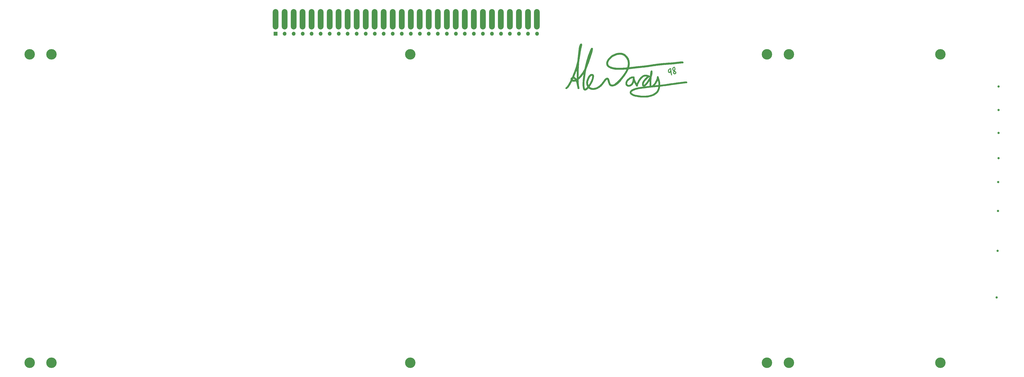
<source format=gbr>
%TF.GenerationSoftware,KiCad,Pcbnew,(6.99.0-2452-gdb4f2d9dd8)*%
%TF.CreationDate,2022-09-13T16:14:10+02:00*%
%TF.ProjectId,BEAMal_Rev1,4245414d-616c-45f5-9265-76312e6b6963,rev?*%
%TF.SameCoordinates,PXe1237f8PYe7db780*%
%TF.FileFunction,Soldermask,Top*%
%TF.FilePolarity,Negative*%
%FSLAX46Y46*%
G04 Gerber Fmt 4.6, Leading zero omitted, Abs format (unit mm)*
G04 Created by KiCad (PCBNEW (6.99.0-2452-gdb4f2d9dd8)) date 2022-09-13 16:14:10*
%MOMM*%
%LPD*%
G01*
G04 APERTURE LIST*
%ADD10C,4.600000*%
%ADD11C,1.000000*%
%ADD12O,2.500000X8.970000*%
%ADD13O,1.700000X1.700000*%
%ADD14R,1.700000X1.700000*%
G04 APERTURE END LIST*
%TO.C,G\u002A\u002A\u002A*%
G36*
X322445183Y-145078095D02*
G01*
X322452479Y-144962074D01*
X322466285Y-144855478D01*
X322486138Y-144769489D01*
X322492695Y-144750684D01*
X322566429Y-144601805D01*
X322667702Y-144467496D01*
X322799153Y-144344921D01*
X322963418Y-144231246D01*
X322990994Y-144214820D01*
X323105785Y-144147687D01*
X323149472Y-144046952D01*
X324056857Y-144046952D01*
X324072462Y-144054328D01*
X324111864Y-144067617D01*
X324133964Y-144074346D01*
X324290911Y-144135722D01*
X324453965Y-144226991D01*
X324617454Y-144343728D01*
X324775707Y-144481504D01*
X324923050Y-144635892D01*
X325037340Y-144779437D01*
X325078597Y-144832931D01*
X325113724Y-144872532D01*
X325136074Y-144890860D01*
X325138116Y-144891329D01*
X325142342Y-144878907D01*
X325146260Y-144840610D01*
X325149898Y-144775240D01*
X325153285Y-144681596D01*
X325156447Y-144558481D01*
X325159413Y-144404695D01*
X325162210Y-144219041D01*
X325164866Y-144000319D01*
X325167409Y-143747330D01*
X325169099Y-143553822D01*
X325171274Y-143318394D01*
X325173904Y-143079796D01*
X325176910Y-142842667D01*
X325180216Y-142611648D01*
X325183746Y-142391377D01*
X325187423Y-142186495D01*
X325191171Y-142001640D01*
X325194914Y-141841453D01*
X325198574Y-141710573D01*
X325200364Y-141657180D01*
X325205146Y-141517757D01*
X325209053Y-141389628D01*
X325211983Y-141277398D01*
X325213833Y-141185672D01*
X325214501Y-141119054D01*
X325213886Y-141082149D01*
X325213218Y-141076608D01*
X325205053Y-141083406D01*
X325188604Y-141118786D01*
X325166423Y-141176698D01*
X325145972Y-141236072D01*
X325069133Y-141462464D01*
X324979451Y-141715839D01*
X324879232Y-141990207D01*
X324770780Y-142279577D01*
X324656400Y-142577959D01*
X324538394Y-142879363D01*
X324419069Y-143177799D01*
X324300728Y-143467275D01*
X324185676Y-143741803D01*
X324149048Y-143827574D01*
X324114544Y-143908297D01*
X324085918Y-143975907D01*
X324065856Y-144024012D01*
X324057044Y-144046224D01*
X324056857Y-144046952D01*
X323149472Y-144046952D01*
X323309676Y-143677552D01*
X323708845Y-142719976D01*
X324081062Y-141750893D01*
X324424964Y-140774450D01*
X324739191Y-139794794D01*
X325022379Y-138816070D01*
X325273169Y-137842426D01*
X325389221Y-137344429D01*
X325411572Y-137242836D01*
X325430746Y-137149927D01*
X325447530Y-137060176D01*
X325462713Y-136968053D01*
X325477083Y-136868031D01*
X325491429Y-136754583D01*
X325506539Y-136622181D01*
X325523200Y-136465297D01*
X325542202Y-136278404D01*
X325544461Y-136255857D01*
X325564642Y-136057798D01*
X325587860Y-135835976D01*
X325612931Y-135601322D01*
X325638672Y-135364769D01*
X325663898Y-135137248D01*
X325687425Y-134929691D01*
X325697727Y-134840714D01*
X325721764Y-134634762D01*
X325742175Y-134459565D01*
X325759544Y-134309838D01*
X325774453Y-134180298D01*
X325787487Y-134065659D01*
X325799228Y-133960635D01*
X325810260Y-133859943D01*
X325821168Y-133758297D01*
X325832533Y-133650412D01*
X325844940Y-133531003D01*
X325858972Y-133394786D01*
X325875213Y-133236476D01*
X325880006Y-133189715D01*
X325921555Y-132796151D01*
X325962001Y-132437411D01*
X326001547Y-132112057D01*
X326040396Y-131818649D01*
X326078753Y-131555749D01*
X326116821Y-131321919D01*
X326154803Y-131115719D01*
X326192903Y-130935713D01*
X326208292Y-130870431D01*
X326243185Y-130738127D01*
X326286997Y-130588964D01*
X326336940Y-130431138D01*
X326390226Y-130272848D01*
X326444066Y-130122287D01*
X326495673Y-129987653D01*
X326542259Y-129877143D01*
X326556943Y-129845509D01*
X326647767Y-129681611D01*
X326746231Y-129552925D01*
X326852754Y-129459102D01*
X326967752Y-129399795D01*
X327091644Y-129374655D01*
X327123000Y-129373667D01*
X327232607Y-129387548D01*
X327336385Y-129425933D01*
X327423940Y-129483930D01*
X327473612Y-129538657D01*
X327530391Y-129637205D01*
X327568658Y-129744095D01*
X327588418Y-129863072D01*
X327589676Y-129997877D01*
X327572440Y-130152255D01*
X327536714Y-130329948D01*
X327482504Y-130534701D01*
X327475159Y-130559900D01*
X327418033Y-130766292D01*
X327358156Y-131005218D01*
X327296206Y-131273087D01*
X327232865Y-131566310D01*
X327168812Y-131881298D01*
X327104725Y-132214461D01*
X327041287Y-132562209D01*
X326979175Y-132920953D01*
X326919069Y-133287103D01*
X326861651Y-133657069D01*
X326807598Y-134027262D01*
X326777877Y-134242000D01*
X326736941Y-134540774D01*
X326698854Y-134810863D01*
X326662417Y-135059642D01*
X326626433Y-135294484D01*
X326589703Y-135522765D01*
X326551029Y-135751859D01*
X326509211Y-135989141D01*
X326463053Y-136241984D01*
X326411356Y-136517764D01*
X326388723Y-136636857D01*
X326363415Y-136770700D01*
X326342332Y-136886008D01*
X326324728Y-136988815D01*
X326309860Y-137085155D01*
X326296981Y-137181061D01*
X326285347Y-137282568D01*
X326274212Y-137395709D01*
X326262833Y-137526518D01*
X326250463Y-137681027D01*
X326236358Y-137865272D01*
X326235271Y-137879643D01*
X326183207Y-138601351D01*
X326138402Y-139295382D01*
X326100512Y-139969540D01*
X326069194Y-140631629D01*
X326044102Y-141289453D01*
X326024895Y-141950814D01*
X326011227Y-142623518D01*
X326004681Y-143113857D01*
X325993793Y-144138929D01*
X326088364Y-144048214D01*
X326197330Y-143938236D01*
X326323023Y-143801951D01*
X326462256Y-143643389D01*
X326611847Y-143466577D01*
X326768611Y-143275544D01*
X326929362Y-143074320D01*
X327090917Y-142866932D01*
X327250090Y-142657409D01*
X327403699Y-142449781D01*
X327548557Y-142248075D01*
X327681481Y-142056321D01*
X327780626Y-141907357D01*
X327843603Y-141807883D01*
X327914548Y-141691145D01*
X327991429Y-141560895D01*
X328072211Y-141420882D01*
X328154858Y-141274859D01*
X328237337Y-141126576D01*
X328317614Y-140979784D01*
X328393653Y-140838234D01*
X328463420Y-140705678D01*
X328524881Y-140585866D01*
X328576001Y-140482549D01*
X328614746Y-140399478D01*
X328639081Y-140340404D01*
X328647000Y-140310014D01*
X328650907Y-140282753D01*
X328661992Y-140224500D01*
X328679303Y-140139624D01*
X328701885Y-140032496D01*
X328728784Y-139907485D01*
X328759048Y-139768963D01*
X328791722Y-139621298D01*
X328825853Y-139468861D01*
X328860486Y-139316022D01*
X328894670Y-139167151D01*
X328921987Y-139049857D01*
X329176490Y-138013223D01*
X329446383Y-137007452D01*
X329732336Y-136030244D01*
X330035017Y-135079299D01*
X330305384Y-134291515D01*
X330413719Y-133986744D01*
X330511078Y-133713812D01*
X330598387Y-133470281D01*
X330676571Y-133253714D01*
X330746558Y-133061670D01*
X330809272Y-132891713D01*
X330865639Y-132741403D01*
X330916586Y-132608301D01*
X330963038Y-132489971D01*
X331005921Y-132383972D01*
X331046162Y-132287867D01*
X331084685Y-132199217D01*
X331122417Y-132115583D01*
X331160284Y-132034527D01*
X331170532Y-132013017D01*
X331277451Y-131803314D01*
X331381682Y-131626731D01*
X331482773Y-131483843D01*
X331580275Y-131375227D01*
X331673736Y-131301459D01*
X331755512Y-131264933D01*
X331870400Y-131250310D01*
X331985423Y-131264821D01*
X332092111Y-131305568D01*
X332181991Y-131369651D01*
X332230904Y-131427646D01*
X332262698Y-131481108D01*
X332285330Y-131534966D01*
X332299047Y-131594703D01*
X332304097Y-131665801D01*
X332300728Y-131753742D01*
X332289187Y-131864008D01*
X332269723Y-132002082D01*
X332259758Y-132066425D01*
X332232531Y-132238572D01*
X332207510Y-132393939D01*
X332183866Y-132535647D01*
X332160773Y-132666817D01*
X332137401Y-132790569D01*
X332112923Y-132910024D01*
X332086513Y-133028303D01*
X332057341Y-133148526D01*
X332024581Y-133273815D01*
X331987405Y-133407290D01*
X331944985Y-133552071D01*
X331896493Y-133711280D01*
X331841102Y-133888038D01*
X331777984Y-134085464D01*
X331706312Y-134306680D01*
X331625257Y-134554807D01*
X331533993Y-134832965D01*
X331492699Y-134958643D01*
X331419887Y-135180206D01*
X331342890Y-135414510D01*
X331263757Y-135655316D01*
X331184538Y-135896386D01*
X331107283Y-136131482D01*
X331034042Y-136354367D01*
X330966865Y-136558803D01*
X330907801Y-136738551D01*
X330878621Y-136827357D01*
X330686102Y-137403913D01*
X330498595Y-137946336D01*
X330315452Y-138456335D01*
X330136027Y-138935618D01*
X329959674Y-139385895D01*
X329785747Y-139808875D01*
X329613599Y-140206266D01*
X329533728Y-140383357D01*
X329502205Y-140453028D01*
X329476436Y-140512992D01*
X329454851Y-140568925D01*
X329435884Y-140626501D01*
X329417965Y-140691395D01*
X329399528Y-140769282D01*
X329379003Y-140865838D01*
X329354823Y-140986737D01*
X329325685Y-141136286D01*
X329210340Y-141755445D01*
X329099646Y-142397674D01*
X328994790Y-143054647D01*
X328896958Y-143718036D01*
X328807334Y-144379516D01*
X328727105Y-145030758D01*
X328657456Y-145663437D01*
X328607495Y-146180000D01*
X328594564Y-146348114D01*
X328583929Y-146536000D01*
X328575648Y-146737536D01*
X328569778Y-146946598D01*
X328566378Y-147157061D01*
X328565506Y-147362802D01*
X328567219Y-147557697D01*
X328571575Y-147735622D01*
X328578632Y-147890452D01*
X328588449Y-148016065D01*
X328590002Y-148030572D01*
X328614850Y-148233974D01*
X328642872Y-148428977D01*
X328673189Y-148611060D01*
X328704919Y-148775704D01*
X328737180Y-148918391D01*
X328769092Y-149034600D01*
X328799774Y-149119814D01*
X328804365Y-149129963D01*
X328834031Y-149178436D01*
X328869688Y-149201876D01*
X328917581Y-149200900D01*
X328983957Y-149176124D01*
X329031054Y-149152337D01*
X329106237Y-149103757D01*
X329198322Y-149030551D01*
X329302667Y-148937289D01*
X329414630Y-148828543D01*
X329529567Y-148708883D01*
X329642838Y-148582882D01*
X329749799Y-148455109D01*
X329787375Y-148407619D01*
X329795457Y-148391017D01*
X329794872Y-148367612D01*
X329783642Y-148331670D01*
X329759786Y-148277455D01*
X329721325Y-148199235D01*
X329702807Y-148162690D01*
X329562568Y-147850935D01*
X329456928Y-147533579D01*
X329385274Y-147207826D01*
X329346995Y-146870882D01*
X329342838Y-146606357D01*
X330168207Y-146606357D01*
X330170729Y-146766755D01*
X330179864Y-146905737D01*
X330197324Y-147037838D01*
X330224820Y-147177596D01*
X330246209Y-147268572D01*
X330270595Y-147359309D01*
X330297751Y-147446518D01*
X330325325Y-147524115D01*
X330350962Y-147586017D01*
X330372311Y-147626140D01*
X330387018Y-147638400D01*
X330388778Y-147637178D01*
X330403148Y-147617407D01*
X330433517Y-147573182D01*
X330475921Y-147510351D01*
X330526398Y-147434760D01*
X330546383Y-147404643D01*
X330609054Y-147307914D01*
X330684748Y-147187706D01*
X330768557Y-147052080D01*
X330855569Y-146909103D01*
X330940875Y-146766837D01*
X331019564Y-146633345D01*
X331082179Y-146524715D01*
X331127046Y-146442278D01*
X331182786Y-146334594D01*
X331245547Y-146209578D01*
X331311476Y-146075144D01*
X331376720Y-145939209D01*
X331437428Y-145809686D01*
X331489745Y-145694493D01*
X331519303Y-145626643D01*
X331655303Y-145280601D01*
X331765605Y-144944207D01*
X331849021Y-144621481D01*
X331902537Y-144329429D01*
X331916292Y-144226201D01*
X331929921Y-144111942D01*
X331942582Y-143995071D01*
X331953432Y-143884009D01*
X331961630Y-143787175D01*
X331966333Y-143712988D01*
X331967127Y-143683597D01*
X331967142Y-143627408D01*
X331754617Y-143616019D01*
X331656005Y-143611435D01*
X331584539Y-143612097D01*
X331531140Y-143621099D01*
X331486731Y-143641536D01*
X331442236Y-143676504D01*
X331388578Y-143729096D01*
X331371366Y-143746694D01*
X331273979Y-143857052D01*
X331168692Y-143995237D01*
X331059626Y-144154838D01*
X330950904Y-144329447D01*
X330846646Y-144512652D01*
X330750975Y-144698046D01*
X330725563Y-144751013D01*
X330686951Y-144837153D01*
X330639143Y-144950353D01*
X330584922Y-145083420D01*
X330527071Y-145229162D01*
X330468374Y-145380388D01*
X330411616Y-145529906D01*
X330359579Y-145670524D01*
X330315047Y-145795050D01*
X330280805Y-145896292D01*
X330274073Y-145917457D01*
X330226838Y-146082682D01*
X330195113Y-146231592D01*
X330176549Y-146379460D01*
X330168801Y-146541558D01*
X330168207Y-146606357D01*
X329342838Y-146606357D01*
X329341480Y-146519950D01*
X329341727Y-146511923D01*
X329348372Y-146369976D01*
X329359758Y-146235805D01*
X329377068Y-146104866D01*
X329401482Y-145972613D01*
X329434182Y-145834500D01*
X329476351Y-145685982D01*
X329529169Y-145522514D01*
X329593818Y-145339551D01*
X329671481Y-145132546D01*
X329758186Y-144910000D01*
X329900892Y-144568837D01*
X330049276Y-144253385D01*
X330202452Y-143964864D01*
X330359534Y-143704497D01*
X330519635Y-143473505D01*
X330681870Y-143273109D01*
X330845353Y-143104532D01*
X331009196Y-142968994D01*
X331172515Y-142867717D01*
X331272205Y-142823015D01*
X331313337Y-142808466D01*
X331353302Y-142797983D01*
X331398870Y-142790976D01*
X331456813Y-142786853D01*
X331533901Y-142785025D01*
X331636903Y-142784900D01*
X331704372Y-142785324D01*
X331817846Y-142787062D01*
X331926224Y-142790311D01*
X332021218Y-142794705D01*
X332094535Y-142799878D01*
X332130730Y-142804118D01*
X332296392Y-142847612D01*
X332441820Y-142919171D01*
X332564523Y-143016446D01*
X332662010Y-143137092D01*
X332731790Y-143278762D01*
X332765332Y-143402084D01*
X332778084Y-143508110D01*
X332783267Y-143643234D01*
X332781314Y-143801160D01*
X332772658Y-143975593D01*
X332757733Y-144160237D01*
X332736971Y-144348799D01*
X332710805Y-144534981D01*
X332679669Y-144712490D01*
X332672818Y-144746714D01*
X332592204Y-145079394D01*
X332483505Y-145429978D01*
X332348214Y-145795347D01*
X332187822Y-146172387D01*
X332003822Y-146557981D01*
X331797707Y-146949011D01*
X331570969Y-147342362D01*
X331325101Y-147734917D01*
X331061594Y-148123560D01*
X331043396Y-148149310D01*
X330980242Y-148239565D01*
X330936495Y-148305350D01*
X330909699Y-148351153D01*
X330897398Y-148381466D01*
X330897135Y-148400776D01*
X330901498Y-148408663D01*
X330940405Y-148446254D01*
X331003150Y-148495914D01*
X331081775Y-148552231D01*
X331168321Y-148609795D01*
X331254829Y-148663193D01*
X331333339Y-148707015D01*
X331359544Y-148720090D01*
X331585735Y-148809515D01*
X331833856Y-148873626D01*
X332099804Y-148912390D01*
X332379480Y-148925772D01*
X332668783Y-148913739D01*
X332963612Y-148876258D01*
X333259865Y-148813294D01*
X333515568Y-148737763D01*
X333714449Y-148662600D01*
X333930908Y-148565892D01*
X334157125Y-148452010D01*
X334385277Y-148325321D01*
X334607541Y-148190192D01*
X334816097Y-148050994D01*
X335003120Y-147912092D01*
X335024214Y-147895275D01*
X335375835Y-147592006D01*
X335708482Y-147262419D01*
X336023583Y-146905715D01*
X336091126Y-146822729D01*
X336176521Y-146715429D01*
X336276043Y-146588669D01*
X336385963Y-146447305D01*
X336502553Y-146296192D01*
X336622085Y-146140186D01*
X336740833Y-145984142D01*
X336855068Y-145832915D01*
X336961062Y-145691361D01*
X337055088Y-145564335D01*
X337089165Y-145517786D01*
X337217252Y-145343680D01*
X337328133Y-145196620D01*
X337424552Y-145073344D01*
X337509254Y-144970591D01*
X337584986Y-144885100D01*
X337654492Y-144813607D01*
X337720517Y-144752852D01*
X337762272Y-144718052D01*
X337945613Y-144588106D01*
X338128750Y-144493223D01*
X338314516Y-144432307D01*
X338505746Y-144404265D01*
X338580276Y-144402000D01*
X338752944Y-144419007D01*
X338912442Y-144469369D01*
X339057316Y-144552101D01*
X339186112Y-144666215D01*
X339297377Y-144810726D01*
X339367237Y-144935965D01*
X339399512Y-145006321D01*
X339431786Y-145085108D01*
X339465303Y-145176169D01*
X339501306Y-145283347D01*
X339541039Y-145410487D01*
X339585745Y-145561431D01*
X339636667Y-145740023D01*
X339693408Y-145944143D01*
X339760714Y-146183046D01*
X339822406Y-146389608D01*
X339879813Y-146567103D01*
X339934263Y-146718805D01*
X339987085Y-146847988D01*
X340039610Y-146957927D01*
X340093165Y-147051894D01*
X340149079Y-147133165D01*
X340202392Y-147198018D01*
X340312944Y-147299142D01*
X340440633Y-147372900D01*
X340586541Y-147419358D01*
X340751748Y-147438584D01*
X340937338Y-147430642D01*
X341144391Y-147395599D01*
X341373990Y-147333521D01*
X341534064Y-147279344D01*
X341602337Y-147253845D01*
X341655125Y-147230649D01*
X341700373Y-147204281D01*
X341746025Y-147169268D01*
X341800025Y-147120136D01*
X341870316Y-147051411D01*
X341882747Y-147039082D01*
X341959629Y-146965874D01*
X342055933Y-146878845D01*
X342162265Y-146786227D01*
X342269230Y-146696249D01*
X342335693Y-146642243D01*
X342425355Y-146570456D01*
X342503130Y-146507516D01*
X342572506Y-146450155D01*
X342636971Y-146395104D01*
X342700015Y-146339095D01*
X342765127Y-146278860D01*
X342835795Y-146211132D01*
X342915508Y-146132641D01*
X343007755Y-146040120D01*
X343116025Y-145930300D01*
X343243806Y-145799914D01*
X343340904Y-145700618D01*
X343680851Y-145349612D01*
X343995198Y-145018000D01*
X344286668Y-144702494D01*
X344557982Y-144399805D01*
X344811862Y-144106644D01*
X345051030Y-143819722D01*
X345278208Y-143535750D01*
X345496118Y-143251440D01*
X345707483Y-142963502D01*
X345915023Y-142668648D01*
X346121461Y-142363589D01*
X346195195Y-142251915D01*
X346267798Y-142140541D01*
X346340271Y-142028045D01*
X346407921Y-141921811D01*
X346466052Y-141829220D01*
X346509972Y-141757656D01*
X346518089Y-141744072D01*
X346550141Y-141687854D01*
X346592202Y-141610909D01*
X346641743Y-141518175D01*
X346696232Y-141414592D01*
X346753141Y-141305098D01*
X346809939Y-141194632D01*
X346864096Y-141088133D01*
X346913082Y-140990540D01*
X346954366Y-140906790D01*
X346985420Y-140841825D01*
X347003712Y-140800581D01*
X347007571Y-140788570D01*
X346992764Y-140779718D01*
X346966750Y-140781906D01*
X346937292Y-140785641D01*
X346875555Y-140791277D01*
X346785479Y-140798548D01*
X346671007Y-140807189D01*
X346536080Y-140816935D01*
X346384638Y-140827520D01*
X346220624Y-140838679D01*
X346047978Y-140850145D01*
X345870643Y-140861655D01*
X345692559Y-140872942D01*
X345517668Y-140883741D01*
X345349912Y-140893786D01*
X345193231Y-140902812D01*
X345075357Y-140909289D01*
X344915467Y-140916532D01*
X344730703Y-140922671D01*
X344526556Y-140927686D01*
X344308517Y-140931556D01*
X344082075Y-140934262D01*
X343852721Y-140935783D01*
X343625944Y-140936098D01*
X343407236Y-140935189D01*
X343202086Y-140933035D01*
X343015984Y-140929615D01*
X342854422Y-140924909D01*
X342722888Y-140918898D01*
X342707714Y-140917984D01*
X342216848Y-140878827D01*
X341758059Y-140824500D01*
X341330376Y-140754816D01*
X340932828Y-140669590D01*
X340564445Y-140568634D01*
X340224254Y-140451761D01*
X340167714Y-140429724D01*
X340037115Y-140374863D01*
X339886534Y-140306680D01*
X339726207Y-140230199D01*
X339566366Y-140150443D01*
X339417247Y-140072436D01*
X339289084Y-140001200D01*
X339260571Y-139984476D01*
X339006281Y-139816565D01*
X338785619Y-139635221D01*
X338598424Y-139440246D01*
X338444539Y-139231442D01*
X338323804Y-139008611D01*
X338236061Y-138771555D01*
X338211003Y-138676283D01*
X338160508Y-138382507D01*
X338146102Y-138085137D01*
X338146303Y-138082347D01*
X339008977Y-138082347D01*
X339017439Y-138268156D01*
X339047472Y-138447673D01*
X339097598Y-138613355D01*
X339166338Y-138757662D01*
X339203228Y-138814000D01*
X339306141Y-138933135D01*
X339443133Y-139055096D01*
X339612232Y-139178591D01*
X339811467Y-139302324D01*
X340038866Y-139425001D01*
X340292456Y-139545327D01*
X340367285Y-139578161D01*
X340588432Y-139666495D01*
X340820925Y-139745051D01*
X341067665Y-139814337D01*
X341331555Y-139874861D01*
X341615498Y-139927130D01*
X341922395Y-139971651D01*
X342255149Y-140008931D01*
X342616662Y-140039478D01*
X343009837Y-140063799D01*
X343197571Y-140072834D01*
X343281674Y-140075118D01*
X343396902Y-140076114D01*
X343538124Y-140075918D01*
X343700207Y-140074626D01*
X343878017Y-140072331D01*
X344066421Y-140069131D01*
X344260287Y-140065120D01*
X344454480Y-140060393D01*
X344643870Y-140055047D01*
X344823321Y-140049176D01*
X344987703Y-140042876D01*
X345111642Y-140037260D01*
X345267163Y-140029171D01*
X345436836Y-140019640D01*
X345617170Y-140008917D01*
X345804676Y-139997251D01*
X345995864Y-139984895D01*
X346187245Y-139972098D01*
X346375327Y-139959112D01*
X346556622Y-139946186D01*
X346727640Y-139933571D01*
X346884890Y-139921519D01*
X347024883Y-139910279D01*
X347144129Y-139900102D01*
X347239138Y-139891239D01*
X347306420Y-139883940D01*
X347342485Y-139878456D01*
X347347541Y-139876705D01*
X347355441Y-139856237D01*
X347369661Y-139806856D01*
X347388607Y-139735062D01*
X347410687Y-139647353D01*
X347434305Y-139550230D01*
X347457868Y-139450192D01*
X347479783Y-139353738D01*
X347498455Y-139267368D01*
X347505820Y-139231286D01*
X347565123Y-138867295D01*
X347600082Y-138498481D01*
X347610665Y-138131521D01*
X347596844Y-137773096D01*
X347558586Y-137429885D01*
X347515141Y-137192465D01*
X347429180Y-136874790D01*
X347310397Y-136557470D01*
X347161866Y-136245257D01*
X346986657Y-135942904D01*
X346787845Y-135655161D01*
X346568501Y-135386783D01*
X346331697Y-135142520D01*
X346080506Y-134927124D01*
X346021862Y-134882787D01*
X345768256Y-134712612D01*
X345509337Y-134573333D01*
X345241227Y-134463744D01*
X344960044Y-134382639D01*
X344661911Y-134328815D01*
X344342948Y-134301067D01*
X344134108Y-134296429D01*
X343799263Y-134308986D01*
X343462770Y-134347179D01*
X343121751Y-134411792D01*
X342773327Y-134503609D01*
X342414619Y-134623414D01*
X342042748Y-134771990D01*
X341654836Y-134950120D01*
X341558656Y-134997543D01*
X341254614Y-135159786D01*
X340973100Y-135332773D01*
X340706728Y-135521919D01*
X340448112Y-135732634D01*
X340189866Y-135970333D01*
X340073536Y-136085791D01*
X339819959Y-136358129D01*
X339601654Y-136625744D01*
X339418058Y-136889607D01*
X339268606Y-137150691D01*
X339152736Y-137409970D01*
X339069883Y-137668414D01*
X339023564Y-137897786D01*
X339008977Y-138082347D01*
X338146303Y-138082347D01*
X338167773Y-137784227D01*
X338225509Y-137479836D01*
X338319298Y-137172019D01*
X338449128Y-136860833D01*
X338614986Y-136546335D01*
X338698142Y-136408882D01*
X338874471Y-136150800D01*
X339080844Y-135888189D01*
X339312307Y-135626107D01*
X339563909Y-135369609D01*
X339830696Y-135123753D01*
X340107715Y-134893596D01*
X340381805Y-134689923D01*
X340707644Y-134477921D01*
X341059771Y-134277947D01*
X341431469Y-134092776D01*
X341816019Y-133925181D01*
X342206705Y-133777937D01*
X342596809Y-133653818D01*
X342979612Y-133555598D01*
X343264470Y-133499481D01*
X343582443Y-133456946D01*
X343909935Y-133434131D01*
X344239219Y-133430824D01*
X344562564Y-133446814D01*
X344872242Y-133481892D01*
X345160522Y-133535847D01*
X345231481Y-133553059D01*
X345508021Y-133638130D01*
X345791036Y-133752401D01*
X346072586Y-133891775D01*
X346344730Y-134052153D01*
X346599527Y-134229438D01*
X346708214Y-134315122D01*
X346992378Y-134570723D01*
X347259518Y-134855415D01*
X347506664Y-135164834D01*
X347730844Y-135494617D01*
X347929088Y-135840401D01*
X348098425Y-136197821D01*
X348233579Y-136555516D01*
X348303195Y-136780832D01*
X348358697Y-136995594D01*
X348401532Y-137208598D01*
X348433148Y-137428638D01*
X348454991Y-137664508D01*
X348468508Y-137925004D01*
X348470830Y-137997572D01*
X348472702Y-138352924D01*
X348456535Y-138688413D01*
X348421197Y-139016283D01*
X348365555Y-139348777D01*
X348330008Y-139519485D01*
X348311104Y-139608468D01*
X348296416Y-139684109D01*
X348287141Y-139739716D01*
X348284473Y-139768593D01*
X348285103Y-139771009D01*
X348305800Y-139771800D01*
X348360176Y-139768169D01*
X348445929Y-139760370D01*
X348560754Y-139748661D01*
X348702349Y-139733298D01*
X348868411Y-139714538D01*
X349056636Y-139692637D01*
X349264722Y-139667854D01*
X349490364Y-139640443D01*
X349731261Y-139610662D01*
X349792500Y-139603014D01*
X350073165Y-139567948D01*
X350329620Y-139536062D01*
X350565509Y-139506957D01*
X350784478Y-139480237D01*
X350990172Y-139455503D01*
X351186235Y-139432359D01*
X351376312Y-139410407D01*
X351564049Y-139389250D01*
X351753090Y-139368491D01*
X351947080Y-139347731D01*
X352149664Y-139326574D01*
X352364488Y-139304622D01*
X352595196Y-139281478D01*
X352845433Y-139256744D01*
X353118844Y-139230023D01*
X353419074Y-139200918D01*
X353749768Y-139169031D01*
X353947214Y-139150042D01*
X354274615Y-139117691D01*
X354602727Y-139083575D01*
X354924434Y-139048493D01*
X355232618Y-139013243D01*
X355520163Y-138978624D01*
X355779952Y-138945434D01*
X355825000Y-138939433D01*
X355916589Y-138927033D01*
X356009123Y-138914248D01*
X356105576Y-138900628D01*
X356208922Y-138885726D01*
X356322135Y-138869091D01*
X356448190Y-138850275D01*
X356590059Y-138828830D01*
X356750718Y-138804306D01*
X356933139Y-138776255D01*
X357140297Y-138744227D01*
X357375166Y-138707774D01*
X357640720Y-138666447D01*
X357857000Y-138632734D01*
X358205105Y-138578638D01*
X358521335Y-138529950D01*
X358809609Y-138486129D01*
X359073845Y-138446633D01*
X359317962Y-138410920D01*
X359545880Y-138378450D01*
X359761517Y-138348680D01*
X359968793Y-138321069D01*
X360171627Y-138295075D01*
X360373937Y-138270158D01*
X360579642Y-138245775D01*
X360792663Y-138221385D01*
X361004785Y-138197779D01*
X361164947Y-138180163D01*
X361320562Y-138163044D01*
X361466283Y-138147010D01*
X361596763Y-138132649D01*
X361706653Y-138120551D01*
X361790607Y-138111303D01*
X361839357Y-138105927D01*
X362052550Y-138083342D01*
X362297512Y-138059158D01*
X362574676Y-138033341D01*
X362884476Y-138005854D01*
X363227346Y-137976663D01*
X363603720Y-137945732D01*
X364014034Y-137913025D01*
X364458720Y-137878508D01*
X364938212Y-137842143D01*
X365452946Y-137803897D01*
X366003355Y-137763732D01*
X366166428Y-137751957D01*
X366491823Y-137728361D01*
X366784748Y-137706742D01*
X367048942Y-137686742D01*
X367288145Y-137668003D01*
X367506097Y-137650167D01*
X367706537Y-137632878D01*
X367893207Y-137615776D01*
X368069845Y-137598505D01*
X368240192Y-137580707D01*
X368407988Y-137562024D01*
X368576972Y-137542098D01*
X368750884Y-137520572D01*
X368933464Y-137497089D01*
X369128452Y-137471289D01*
X369196285Y-137462190D01*
X369446339Y-137429832D01*
X369699262Y-137399523D01*
X369951907Y-137371496D01*
X370201125Y-137345982D01*
X370443768Y-137323213D01*
X370676688Y-137303421D01*
X370896735Y-137286838D01*
X371100761Y-137273695D01*
X371285619Y-137264226D01*
X371448158Y-137258661D01*
X371585232Y-137257233D01*
X371693691Y-137260173D01*
X371770386Y-137267714D01*
X371788213Y-137271257D01*
X371904804Y-137316111D01*
X371998434Y-137388852D01*
X372068070Y-137488672D01*
X372069477Y-137491472D01*
X372108627Y-137605866D01*
X372116031Y-137721005D01*
X372094243Y-137831199D01*
X372045816Y-137930757D01*
X371973302Y-138013987D01*
X371879256Y-138075200D01*
X371794915Y-138103501D01*
X371748951Y-138110100D01*
X371674421Y-138116877D01*
X371579034Y-138123305D01*
X371470502Y-138128853D01*
X371371857Y-138132539D01*
X371226829Y-138137532D01*
X371087079Y-138143594D01*
X370948879Y-138151074D01*
X370808501Y-138160324D01*
X370662216Y-138171693D01*
X370506297Y-138185534D01*
X370337014Y-138202196D01*
X370150639Y-138222030D01*
X369943444Y-138245387D01*
X369711702Y-138272618D01*
X369451682Y-138304073D01*
X369159658Y-138340104D01*
X369141857Y-138342317D01*
X368895445Y-138372901D01*
X368676666Y-138399836D01*
X368480974Y-138423553D01*
X368303822Y-138444483D01*
X368140665Y-138463056D01*
X367986956Y-138479704D01*
X367838149Y-138494857D01*
X367689700Y-138508945D01*
X367537060Y-138522400D01*
X367375685Y-138535653D01*
X367201028Y-138549133D01*
X367008543Y-138563272D01*
X366793685Y-138578501D01*
X366551906Y-138595251D01*
X366278662Y-138613951D01*
X366266214Y-138614800D01*
X365992392Y-138633805D01*
X365698219Y-138654816D01*
X365388830Y-138677434D01*
X365069362Y-138701257D01*
X364744949Y-138725887D01*
X364420730Y-138750923D01*
X364101838Y-138775965D01*
X363793410Y-138800614D01*
X363500582Y-138824469D01*
X363228491Y-138847131D01*
X362982271Y-138868199D01*
X362767058Y-138887274D01*
X362764642Y-138887493D01*
X362338780Y-138927079D01*
X361929188Y-138967238D01*
X361531343Y-139008554D01*
X361140724Y-139051608D01*
X360752808Y-139096983D01*
X360363074Y-139145263D01*
X359967000Y-139197031D01*
X359560064Y-139252868D01*
X359137743Y-139313358D01*
X358695516Y-139379083D01*
X358228862Y-139450627D01*
X357733257Y-139528572D01*
X357494143Y-139566764D01*
X357133076Y-139624152D01*
X356801500Y-139675611D01*
X356493249Y-139721934D01*
X356202155Y-139763914D01*
X355922053Y-139802345D01*
X355646776Y-139838021D01*
X355370158Y-139871733D01*
X355086030Y-139904276D01*
X354788229Y-139936444D01*
X354470586Y-139969028D01*
X354126934Y-140002823D01*
X354037928Y-140011392D01*
X353702940Y-140043569D01*
X353400705Y-140072720D01*
X353127847Y-140099203D01*
X352880992Y-140123372D01*
X352656764Y-140145584D01*
X352451788Y-140166196D01*
X352262690Y-140185563D01*
X352086094Y-140204042D01*
X351918625Y-140221989D01*
X351756907Y-140239760D01*
X351597567Y-140257711D01*
X351437228Y-140276199D01*
X351272515Y-140295580D01*
X351100055Y-140316209D01*
X350916470Y-140338444D01*
X350772214Y-140356049D01*
X350446342Y-140395898D01*
X350153973Y-140431602D01*
X349892598Y-140463464D01*
X349659708Y-140491784D01*
X349452794Y-140516863D01*
X349269346Y-140539003D01*
X349106856Y-140558504D01*
X348962815Y-140575668D01*
X348834712Y-140590796D01*
X348720039Y-140604187D01*
X348616288Y-140616145D01*
X348520948Y-140626969D01*
X348431510Y-140636961D01*
X348422714Y-140637935D01*
X348302187Y-140651721D01*
X348193900Y-140664971D01*
X348103005Y-140676984D01*
X348034650Y-140687060D01*
X347993984Y-140694497D01*
X347984896Y-140697515D01*
X347974414Y-140718045D01*
X347953448Y-140765963D01*
X347924706Y-140834857D01*
X347890895Y-140918312D01*
X347877990Y-140950721D01*
X347821888Y-141084239D01*
X347750650Y-141241260D01*
X347668043Y-141414312D01*
X347577833Y-141595923D01*
X347483785Y-141778623D01*
X347389667Y-141954939D01*
X347299244Y-142117400D01*
X347231162Y-142233929D01*
X346992980Y-142616737D01*
X346731018Y-143012484D01*
X346451079Y-143413098D01*
X346158967Y-143810507D01*
X345860484Y-144196638D01*
X345561434Y-144563420D01*
X345527282Y-144603979D01*
X345462759Y-144683049D01*
X345385928Y-144781418D01*
X345304940Y-144888417D01*
X345227945Y-144993378D01*
X345201553Y-145030336D01*
X344919490Y-145419042D01*
X344646014Y-145775454D01*
X344378944Y-146101929D01*
X344116097Y-146400823D01*
X343855291Y-146674494D01*
X343594346Y-146925297D01*
X343331079Y-147155590D01*
X343063307Y-147367730D01*
X342981473Y-147428403D01*
X342705411Y-147616611D01*
X342424093Y-147782837D01*
X342140432Y-147926199D01*
X341857346Y-148045819D01*
X341577750Y-148140814D01*
X341304560Y-148210304D01*
X341040691Y-148253409D01*
X340789059Y-148269248D01*
X340552580Y-148256941D01*
X340356005Y-148221297D01*
X340135077Y-148148579D01*
X339932977Y-148046071D01*
X339748656Y-147912959D01*
X339581065Y-147748429D01*
X339429155Y-147551669D01*
X339366434Y-147453719D01*
X339290884Y-147318927D01*
X339219176Y-147169378D01*
X339149814Y-147001081D01*
X339081301Y-146810047D01*
X339012141Y-146592286D01*
X338940840Y-146343809D01*
X338916098Y-146252572D01*
X338867696Y-146075111D01*
X338819667Y-145905272D01*
X338773421Y-145747658D01*
X338730363Y-145606870D01*
X338691902Y-145487510D01*
X338659444Y-145394181D01*
X338634549Y-145331822D01*
X338606899Y-145276575D01*
X338583356Y-145247716D01*
X338556198Y-145237329D01*
X338541589Y-145236572D01*
X338464054Y-145252678D01*
X338374613Y-145299291D01*
X338276309Y-145373857D01*
X338172183Y-145473818D01*
X338065277Y-145596618D01*
X337981500Y-145707199D01*
X337915683Y-145798162D01*
X337831666Y-145912552D01*
X337733434Y-146045082D01*
X337624967Y-146190462D01*
X337510249Y-146343404D01*
X337393263Y-146498619D01*
X337277991Y-146650819D01*
X337168416Y-146794716D01*
X337068521Y-146925019D01*
X336982288Y-147036442D01*
X336935467Y-147096215D01*
X336671054Y-147421284D01*
X336414233Y-147715583D01*
X336161260Y-147982815D01*
X335908392Y-148226678D01*
X335651887Y-148450875D01*
X335388001Y-148659105D01*
X335260071Y-148752716D01*
X335162989Y-148819352D01*
X335044486Y-148896439D01*
X334912876Y-148978936D01*
X334776474Y-149061807D01*
X334643594Y-149140012D01*
X334522551Y-149208513D01*
X334421660Y-149262271D01*
X334407357Y-149269459D01*
X334185877Y-149370366D01*
X333939524Y-149466582D01*
X333679697Y-149554333D01*
X333417797Y-149629844D01*
X333165224Y-149689340D01*
X333101071Y-149701987D01*
X332961983Y-149722572D01*
X332796803Y-149737969D01*
X332615385Y-149747963D01*
X332427580Y-149752338D01*
X332243241Y-149750877D01*
X332072220Y-149743364D01*
X331924369Y-149729584D01*
X331912714Y-149728053D01*
X331591877Y-149670831D01*
X331296398Y-149588897D01*
X331024334Y-149481445D01*
X330773743Y-149347668D01*
X330542684Y-149186760D01*
X330473252Y-149130000D01*
X330355073Y-149029746D01*
X330201255Y-149206366D01*
X330000539Y-149424474D01*
X329807877Y-149608303D01*
X329622143Y-149758678D01*
X329442214Y-149876425D01*
X329266965Y-149962370D01*
X329097516Y-150016811D01*
X329004963Y-150032069D01*
X328895519Y-150040240D01*
X328783240Y-150041088D01*
X328682182Y-150034378D01*
X328624247Y-150024732D01*
X328476877Y-149971633D01*
X328343543Y-149885256D01*
X328224452Y-149765869D01*
X328119811Y-149613742D01*
X328029825Y-149429143D01*
X327954702Y-149212341D01*
X327930189Y-149121938D01*
X327870526Y-148851414D01*
X327820387Y-148552709D01*
X327780338Y-148232805D01*
X327750942Y-147898684D01*
X327732767Y-147557329D01*
X327726377Y-147215720D01*
X327732338Y-146880841D01*
X327738245Y-146751500D01*
X327756231Y-146465099D01*
X327780626Y-146148456D01*
X327810830Y-145806933D01*
X327846245Y-145445891D01*
X327886270Y-145070692D01*
X327930307Y-144686696D01*
X327977757Y-144299265D01*
X328028020Y-143913761D01*
X328080498Y-143535543D01*
X328134591Y-143169975D01*
X328148707Y-143078554D01*
X328163281Y-142982367D01*
X328175030Y-142899657D01*
X328183131Y-142836655D01*
X328186760Y-142799597D01*
X328186482Y-142792435D01*
X328174063Y-142802424D01*
X328149353Y-142834467D01*
X328135221Y-142855113D01*
X328058485Y-142966456D01*
X327961318Y-143100068D01*
X327847492Y-143251187D01*
X327720781Y-143415047D01*
X327584956Y-143586884D01*
X327443789Y-143761934D01*
X327301055Y-143935433D01*
X327160523Y-144102617D01*
X327025969Y-144258721D01*
X327003733Y-144284072D01*
X326925697Y-144370782D01*
X326833447Y-144469996D01*
X326731133Y-144577545D01*
X326622905Y-144689262D01*
X326512912Y-144800977D01*
X326405304Y-144908522D01*
X326304231Y-145007728D01*
X326213842Y-145094426D01*
X326138287Y-145164448D01*
X326081716Y-145213626D01*
X326066178Y-145225892D01*
X325998143Y-145277164D01*
X325998143Y-145489025D01*
X326000363Y-145668675D01*
X326006776Y-145878004D01*
X326017008Y-146110694D01*
X326030687Y-146360426D01*
X326047441Y-146620882D01*
X326066896Y-146885743D01*
X326088681Y-147148691D01*
X326108982Y-147368357D01*
X326130360Y-147569164D01*
X326154713Y-147758179D01*
X326183651Y-147945185D01*
X326218785Y-148139964D01*
X326261725Y-148352297D01*
X326300143Y-148529500D01*
X326330598Y-148669816D01*
X326352719Y-148780705D01*
X326367037Y-148867927D01*
X326374084Y-148937242D01*
X326374390Y-148994408D01*
X326368486Y-149045186D01*
X326356901Y-149095335D01*
X326353414Y-149107646D01*
X326303382Y-149223776D01*
X326229755Y-149312803D01*
X326134549Y-149373334D01*
X326019776Y-149403975D01*
X325921780Y-149406483D01*
X325843704Y-149397125D01*
X325782844Y-149376777D01*
X325723228Y-149341192D01*
X325653463Y-149277571D01*
X325595867Y-149195859D01*
X325557313Y-149107959D01*
X325544571Y-149031878D01*
X325540754Y-148996586D01*
X325530057Y-148931861D01*
X325513613Y-148843660D01*
X325492554Y-148737940D01*
X325468013Y-148620657D01*
X325454713Y-148559190D01*
X325422822Y-148410789D01*
X325387081Y-148240075D01*
X325350230Y-148060420D01*
X325315009Y-147885192D01*
X325284157Y-147727763D01*
X325281333Y-147713072D01*
X325229587Y-147449903D01*
X325181051Y-147217828D01*
X325134450Y-147011934D01*
X325088507Y-146827309D01*
X325041948Y-146659038D01*
X324993497Y-146502210D01*
X324941877Y-146351910D01*
X324896214Y-146229893D01*
X324860190Y-146138305D01*
X324832433Y-146076074D01*
X324808192Y-146038687D01*
X324782720Y-146021629D01*
X324751267Y-146020388D01*
X324709083Y-146030450D01*
X324691737Y-146035559D01*
X324556021Y-146069878D01*
X324395099Y-146100601D01*
X324220009Y-146125913D01*
X324041788Y-146143994D01*
X324025510Y-146145239D01*
X323759382Y-146153948D01*
X323517968Y-146138476D01*
X323298758Y-146098638D01*
X323258559Y-146088063D01*
X323195172Y-146071269D01*
X323147394Y-146060069D01*
X323124052Y-146056499D01*
X323123122Y-146056830D01*
X323114192Y-146073709D01*
X323090905Y-146118711D01*
X323055413Y-146187647D01*
X323009871Y-146276329D01*
X322956431Y-146380568D01*
X322897247Y-146496175D01*
X322891928Y-146506572D01*
X322747284Y-146783814D01*
X322599135Y-147057318D01*
X322449623Y-147323570D01*
X322300890Y-147579055D01*
X322155077Y-147820259D01*
X322014324Y-148043669D01*
X321880774Y-148245770D01*
X321756568Y-148423047D01*
X321643847Y-148571988D01*
X321602155Y-148623201D01*
X321494223Y-148745976D01*
X321377161Y-148867749D01*
X321255376Y-148984805D01*
X321133272Y-149093426D01*
X321015254Y-149189896D01*
X320905729Y-149270498D01*
X320809100Y-149331515D01*
X320729773Y-149369232D01*
X320710792Y-149375238D01*
X320598163Y-149388579D01*
X320491210Y-149370258D01*
X320394253Y-149324877D01*
X320311609Y-149257032D01*
X320247597Y-149171324D01*
X320206536Y-149072353D01*
X320192744Y-148964716D01*
X320210540Y-148853014D01*
X320213077Y-148845172D01*
X320257602Y-148754261D01*
X320329618Y-148670730D01*
X320430646Y-148591397D01*
X320641345Y-148428927D01*
X320838467Y-148238228D01*
X320930326Y-148133478D01*
X321040378Y-147992523D01*
X321162671Y-147821103D01*
X321295414Y-147622216D01*
X321436814Y-147398857D01*
X321585078Y-147154024D01*
X321738414Y-146890714D01*
X321895029Y-146611924D01*
X322053130Y-146320650D01*
X322210925Y-146019889D01*
X322306029Y-145833513D01*
X322494683Y-145459812D01*
X322466989Y-145370871D01*
X322451974Y-145293676D01*
X322451451Y-145286223D01*
X323503461Y-145286223D01*
X323503874Y-145288351D01*
X323536974Y-145302775D01*
X323599321Y-145313512D01*
X323684039Y-145320314D01*
X323784253Y-145322933D01*
X323893087Y-145321122D01*
X324003666Y-145314631D01*
X324065928Y-145308621D01*
X324175465Y-145295685D01*
X324253548Y-145284743D01*
X324304884Y-145274793D01*
X324334183Y-145264830D01*
X324346151Y-145253853D01*
X324347143Y-145248715D01*
X324334836Y-145228536D01*
X324301530Y-145189535D01*
X324252647Y-145137763D01*
X324206535Y-145091771D01*
X324082246Y-144984308D01*
X323960216Y-144905019D01*
X323844313Y-144856147D01*
X323775749Y-144841937D01*
X323703071Y-144833758D01*
X323598787Y-145056369D01*
X323561313Y-145138408D01*
X323531225Y-145208240D01*
X323511086Y-145259600D01*
X323503461Y-145286223D01*
X322451451Y-145286223D01*
X322444860Y-145192357D01*
X322445183Y-145078095D01*
G37*
G36*
X358574825Y-147568541D02*
G01*
X358633540Y-147513304D01*
X358919871Y-147217107D01*
X359190776Y-146889909D01*
X359444673Y-146534254D01*
X359679979Y-146152682D01*
X359895112Y-145747736D01*
X360088490Y-145321956D01*
X360237565Y-144937214D01*
X360296309Y-144761699D01*
X360339624Y-144603132D01*
X360370700Y-144447317D01*
X360392728Y-144280058D01*
X360398405Y-144221610D01*
X360410362Y-144107310D01*
X360424441Y-144021199D01*
X360443458Y-143955188D01*
X360470228Y-143901186D01*
X360507566Y-143851104D01*
X360539521Y-143816106D01*
X360629186Y-143746912D01*
X360731743Y-143709720D01*
X360841860Y-143705156D01*
X360954204Y-143733845D01*
X361009727Y-143760959D01*
X361089667Y-143823250D01*
X361150781Y-143909764D01*
X361196011Y-144024954D01*
X361204417Y-144055741D01*
X361216576Y-144100861D01*
X361237530Y-144175789D01*
X361265845Y-144275518D01*
X361300089Y-144395041D01*
X361338828Y-144529352D01*
X361380630Y-144673444D01*
X361412117Y-144781455D01*
X361502845Y-145096196D01*
X361581965Y-145380348D01*
X361650157Y-145637464D01*
X361708101Y-145871097D01*
X361756478Y-146084799D01*
X361795968Y-146282123D01*
X361827250Y-146466621D01*
X361851005Y-146641847D01*
X361867914Y-146811353D01*
X361878656Y-146978693D01*
X361883911Y-147147417D01*
X361884714Y-147249913D01*
X361885369Y-147358937D01*
X361887600Y-147436202D01*
X361891806Y-147486212D01*
X361898388Y-147513476D01*
X361907745Y-147522499D01*
X361908894Y-147522572D01*
X361935568Y-147520408D01*
X361994196Y-147514242D01*
X362080727Y-147504561D01*
X362191108Y-147491855D01*
X362321287Y-147476612D01*
X362467212Y-147459318D01*
X362624830Y-147440464D01*
X362790090Y-147420536D01*
X362958939Y-147400024D01*
X363127326Y-147379415D01*
X363291196Y-147359197D01*
X363446500Y-147339860D01*
X363589184Y-147321890D01*
X363715197Y-147305776D01*
X363798785Y-147294879D01*
X363897866Y-147281528D01*
X364028709Y-147263447D01*
X364187185Y-147241224D01*
X364369163Y-147215453D01*
X364570512Y-147186723D01*
X364787102Y-147155627D01*
X365014803Y-147122754D01*
X365249484Y-147088696D01*
X365487014Y-147054044D01*
X365694714Y-147023588D01*
X366235447Y-146944337D01*
X366742246Y-146870574D01*
X367217005Y-146802037D01*
X367661617Y-146738468D01*
X368077977Y-146679608D01*
X368467977Y-146625197D01*
X368833513Y-146574977D01*
X369176478Y-146528688D01*
X369498765Y-146486070D01*
X369802268Y-146446865D01*
X370088882Y-146410813D01*
X370360500Y-146377656D01*
X370619016Y-146347133D01*
X370729357Y-146334442D01*
X370861511Y-146318793D01*
X371019765Y-146299121D01*
X371194320Y-146276702D01*
X371375378Y-146252811D01*
X371553142Y-146228722D01*
X371709071Y-146206955D01*
X371943479Y-146174056D01*
X372146747Y-146146514D01*
X372323552Y-146123874D01*
X372478570Y-146105679D01*
X372616480Y-146091473D01*
X372741958Y-146080800D01*
X372859681Y-146073204D01*
X372974326Y-146068229D01*
X373090570Y-146065419D01*
X373169571Y-146064535D01*
X373523357Y-146062072D01*
X373607741Y-146120673D01*
X373689136Y-146197480D01*
X373744090Y-146291969D01*
X373772036Y-146396972D01*
X373772410Y-146505317D01*
X373744643Y-146609836D01*
X373688172Y-146703359D01*
X373656411Y-146737027D01*
X373615175Y-146770507D01*
X373568555Y-146796374D01*
X373510852Y-146815937D01*
X373436371Y-146830504D01*
X373339413Y-146841387D01*
X373214282Y-146849895D01*
X373151428Y-146853099D01*
X373027233Y-146859395D01*
X372913286Y-146866180D01*
X372804304Y-146874016D01*
X372695003Y-146883464D01*
X372580099Y-146895084D01*
X372454309Y-146909437D01*
X372312349Y-146927085D01*
X372148936Y-146948587D01*
X371958787Y-146974505D01*
X371799785Y-146996574D01*
X371622878Y-147020859D01*
X371431661Y-147046417D01*
X371235629Y-147072025D01*
X371044277Y-147096462D01*
X370867100Y-147118505D01*
X370713593Y-147136930D01*
X370674928Y-147141415D01*
X370475336Y-147164660D01*
X370269754Y-147189274D01*
X370056352Y-147215510D01*
X369833299Y-147243620D01*
X369598764Y-147273860D01*
X369350917Y-147306482D01*
X369087926Y-147341739D01*
X368807962Y-147379886D01*
X368509192Y-147421175D01*
X368189788Y-147465861D01*
X367847917Y-147514197D01*
X367481749Y-147566437D01*
X367089453Y-147622833D01*
X366669199Y-147683640D01*
X366219156Y-147749111D01*
X365737494Y-147819499D01*
X365222380Y-147895059D01*
X365050642Y-147920303D01*
X364522130Y-147996387D01*
X364007690Y-148066973D01*
X363493390Y-148133893D01*
X362965299Y-148198979D01*
X362628571Y-148238782D01*
X362469928Y-148257348D01*
X362321507Y-148274894D01*
X362187421Y-148290922D01*
X362071779Y-148304932D01*
X361978693Y-148316425D01*
X361912274Y-148324903D01*
X361876632Y-148329865D01*
X361872711Y-148330560D01*
X361844882Y-148345680D01*
X361828270Y-148382311D01*
X361821728Y-148416050D01*
X361747989Y-148837704D01*
X361659895Y-149227648D01*
X361556713Y-149587803D01*
X361437708Y-149920091D01*
X361302146Y-150226435D01*
X361149294Y-150508757D01*
X360978416Y-150768978D01*
X360867166Y-150915010D01*
X360770537Y-151030079D01*
X360672384Y-151135525D01*
X360564977Y-151238863D01*
X360440585Y-151347610D01*
X360322978Y-151444088D01*
X359941885Y-151728606D01*
X359540082Y-151986381D01*
X359116911Y-152217646D01*
X358671710Y-152422631D01*
X358203819Y-152601566D01*
X357712578Y-152754682D01*
X357197327Y-152882210D01*
X356657406Y-152984379D01*
X356092154Y-153061422D01*
X355552857Y-153110051D01*
X355446621Y-153115623D01*
X355310541Y-153119932D01*
X355151037Y-153122984D01*
X354974530Y-153124787D01*
X354787438Y-153125346D01*
X354596182Y-153124667D01*
X354407181Y-153122756D01*
X354226856Y-153119620D01*
X354061626Y-153115264D01*
X353917912Y-153109695D01*
X353892785Y-153108460D01*
X353578273Y-153088724D01*
X353251366Y-153060894D01*
X352907639Y-153024456D01*
X352542667Y-152978897D01*
X352152025Y-152923702D01*
X351731287Y-152858360D01*
X351715643Y-152855831D01*
X351362100Y-152793959D01*
X351038886Y-152727149D01*
X350740184Y-152653649D01*
X350460175Y-152571706D01*
X350193044Y-152479567D01*
X349932971Y-152375478D01*
X349674141Y-152257688D01*
X349583857Y-152213442D01*
X349321045Y-152071042D01*
X349093862Y-151923531D01*
X348901955Y-151770492D01*
X348744974Y-151611510D01*
X348622566Y-151446169D01*
X348534379Y-151274053D01*
X348480061Y-151094746D01*
X348459261Y-150907832D01*
X348459000Y-150883819D01*
X348460111Y-150871140D01*
X349257285Y-150871140D01*
X349265910Y-150940458D01*
X349294262Y-151007906D01*
X349346053Y-151079602D01*
X349424999Y-151161660D01*
X349445266Y-151180680D01*
X349586391Y-151295001D01*
X349759771Y-151407899D01*
X349961372Y-151517734D01*
X350187164Y-151622868D01*
X350433116Y-151721660D01*
X350695195Y-151812471D01*
X350969371Y-151893661D01*
X351251611Y-151963590D01*
X351488857Y-152011858D01*
X352040791Y-152106240D01*
X352579408Y-152185162D01*
X353100391Y-152248116D01*
X353599426Y-152294597D01*
X354072195Y-152324099D01*
X354192143Y-152328993D01*
X354333250Y-152333637D01*
X354461546Y-152336742D01*
X354584104Y-152338256D01*
X354707998Y-152338128D01*
X354840299Y-152336307D01*
X354988081Y-152332743D01*
X355158418Y-152327384D01*
X355344214Y-152320710D01*
X355595888Y-152306949D01*
X355866233Y-152284372D01*
X356144030Y-152254314D01*
X356418059Y-152218107D01*
X356677101Y-152177083D01*
X356886357Y-152137518D01*
X357381385Y-152020951D01*
X357848994Y-151881757D01*
X358290659Y-151719264D01*
X358707854Y-151532798D01*
X359102052Y-151321685D01*
X359474727Y-151085251D01*
X359827352Y-150822824D01*
X359909268Y-150755810D01*
X360103932Y-150575699D01*
X360278771Y-150375319D01*
X360435087Y-150152347D01*
X360574184Y-149904459D01*
X360697363Y-149629329D01*
X360805925Y-149324635D01*
X360901175Y-148988051D01*
X360902427Y-148983072D01*
X360928893Y-148873768D01*
X360953639Y-148764352D01*
X360975455Y-148660981D01*
X360993132Y-148569815D01*
X361005461Y-148497010D01*
X361011232Y-148448726D01*
X361010568Y-148432399D01*
X360991795Y-148430775D01*
X360941253Y-148432636D01*
X360863255Y-148437658D01*
X360762118Y-148445515D01*
X360642156Y-148455880D01*
X360507684Y-148468430D01*
X360424214Y-148476634D01*
X360258607Y-148493141D01*
X360066889Y-148512141D01*
X359859067Y-148532647D01*
X359645150Y-148553675D01*
X359435145Y-148574241D01*
X359239059Y-148593360D01*
X359163285Y-148600718D01*
X358729340Y-148643272D01*
X358299538Y-148686336D01*
X357877008Y-148729568D01*
X357464880Y-148772626D01*
X357066284Y-148815167D01*
X356684351Y-148856849D01*
X356322210Y-148897329D01*
X355982991Y-148936265D01*
X355669824Y-148973314D01*
X355385838Y-149008134D01*
X355134165Y-149040382D01*
X355081143Y-149047404D01*
X354995540Y-149058646D01*
X354881050Y-149073423D01*
X354744798Y-149090829D01*
X354593908Y-149109960D01*
X354435507Y-149129909D01*
X354276718Y-149149771D01*
X354228428Y-149155782D01*
X353822726Y-149207364D01*
X353450302Y-149257279D01*
X353108223Y-149306146D01*
X352793552Y-149354584D01*
X352503356Y-149403212D01*
X352234699Y-149452650D01*
X351984647Y-149503516D01*
X351750265Y-149556431D01*
X351528617Y-149612012D01*
X351316770Y-149670880D01*
X351111788Y-149733653D01*
X350910736Y-149800951D01*
X350710680Y-149873393D01*
X350568445Y-149927971D01*
X350285820Y-150043901D01*
X350038715Y-150156281D01*
X349826581Y-150265506D01*
X349648866Y-150371972D01*
X349505021Y-150476076D01*
X349394496Y-150578212D01*
X349316740Y-150678777D01*
X349271204Y-150778166D01*
X349257285Y-150871140D01*
X348460111Y-150871140D01*
X348476744Y-150681267D01*
X348529763Y-150486141D01*
X348617733Y-150298833D01*
X348740330Y-150119735D01*
X348897231Y-149949240D01*
X349088112Y-149787740D01*
X349312650Y-149635626D01*
X349570522Y-149493292D01*
X349629214Y-149464520D01*
X349885371Y-149348097D01*
X350170362Y-149230637D01*
X350476946Y-149114999D01*
X350779591Y-149010107D01*
X350967437Y-148949625D01*
X351156478Y-148892874D01*
X351349445Y-148839340D01*
X351549071Y-148788514D01*
X351758087Y-148739883D01*
X351979226Y-148692936D01*
X352215220Y-148647162D01*
X352468802Y-148602048D01*
X352742703Y-148557083D01*
X353039655Y-148511755D01*
X353362392Y-148465554D01*
X353713645Y-148417967D01*
X354096146Y-148368483D01*
X354428000Y-148326999D01*
X354691071Y-148294545D01*
X354569880Y-148280709D01*
X354478233Y-148261462D01*
X354931184Y-148261462D01*
X354940888Y-148262880D01*
X354978818Y-148258370D01*
X354981357Y-148258037D01*
X355024409Y-148252506D01*
X355095295Y-148243535D01*
X355185839Y-148232152D01*
X355287865Y-148219387D01*
X355344214Y-148212362D01*
X355444778Y-148200094D01*
X355569389Y-148185298D01*
X355712951Y-148168545D01*
X355870367Y-148150407D01*
X356036541Y-148131456D01*
X356206375Y-148112263D01*
X356374773Y-148093399D01*
X356536639Y-148075436D01*
X356686876Y-148058945D01*
X356820388Y-148044498D01*
X356932077Y-148032665D01*
X357016848Y-148024020D01*
X357061425Y-148019820D01*
X357130293Y-148012617D01*
X357185478Y-148004607D01*
X357216604Y-147997341D01*
X357218750Y-147996294D01*
X357225664Y-147971057D01*
X357217891Y-147913657D01*
X357206968Y-147867096D01*
X357200085Y-147836684D01*
X357194307Y-147801263D01*
X357189542Y-147757581D01*
X357185696Y-147702386D01*
X357182675Y-147632427D01*
X357180387Y-147544452D01*
X357178737Y-147435209D01*
X357177633Y-147301446D01*
X357176980Y-147139912D01*
X357176686Y-146947355D01*
X357176643Y-146811363D01*
X357176429Y-146631205D01*
X357175817Y-146462893D01*
X357174846Y-146309745D01*
X357173558Y-146175078D01*
X357171993Y-146062210D01*
X357170193Y-145974459D01*
X357168199Y-145915141D01*
X357166050Y-145887574D01*
X357165231Y-145886078D01*
X357151807Y-145904626D01*
X357121675Y-145948160D01*
X357078353Y-146011538D01*
X357025359Y-146089618D01*
X356976581Y-146161857D01*
X356750851Y-146484169D01*
X356496444Y-146823762D01*
X356215168Y-147178234D01*
X356180282Y-147220940D01*
X356008846Y-147425687D01*
X355852852Y-147601854D01*
X355709238Y-147752075D01*
X355574941Y-147878983D01*
X355446898Y-147985210D01*
X355322046Y-148073390D01*
X355197322Y-148146156D01*
X355069665Y-148206141D01*
X355004209Y-148232003D01*
X354951644Y-148251906D01*
X354931184Y-148261462D01*
X354478233Y-148261462D01*
X354400838Y-148245208D01*
X354250826Y-148180617D01*
X354122316Y-148088924D01*
X354017778Y-147972119D01*
X353939683Y-147832192D01*
X353909866Y-147749357D01*
X353882140Y-147625532D01*
X353864494Y-147479782D01*
X353857887Y-147325303D01*
X353858562Y-147306508D01*
X354649253Y-147306508D01*
X354650143Y-147396951D01*
X354663583Y-147455386D01*
X354689731Y-147482889D01*
X354705500Y-147485466D01*
X354745593Y-147476665D01*
X354799474Y-147455472D01*
X354821469Y-147444645D01*
X354915066Y-147384607D01*
X355024615Y-147295633D01*
X355148035Y-147180274D01*
X355283247Y-147041084D01*
X355428170Y-146880614D01*
X355580726Y-146701416D01*
X355738834Y-146506042D01*
X355900414Y-146297046D01*
X356063387Y-146076978D01*
X356225673Y-145848391D01*
X356385191Y-145613838D01*
X356539863Y-145375870D01*
X356645573Y-145206278D01*
X356724768Y-145073969D01*
X356806035Y-144932959D01*
X356887332Y-144787256D01*
X356966620Y-144640865D01*
X357041855Y-144497795D01*
X357110996Y-144362052D01*
X357172003Y-144237643D01*
X357222833Y-144128575D01*
X357261446Y-144038856D01*
X357285800Y-143972491D01*
X357293861Y-143933772D01*
X357287734Y-143926558D01*
X357273112Y-143949468D01*
X357269170Y-143958117D01*
X357247026Y-143998892D01*
X357214095Y-144040778D01*
X357166739Y-144086807D01*
X357101321Y-144140013D01*
X357014204Y-144203431D01*
X356901751Y-144280095D01*
X356812715Y-144338881D01*
X356682111Y-144426242D01*
X356571491Y-144505231D01*
X356470273Y-144584181D01*
X356367876Y-144671426D01*
X356253719Y-144775301D01*
X356227307Y-144799965D01*
X355922519Y-145097580D01*
X355649364Y-145389468D01*
X355408239Y-145675024D01*
X355199542Y-145953643D01*
X355023670Y-146224722D01*
X354881020Y-146487656D01*
X354771989Y-146741840D01*
X354696976Y-146986670D01*
X354660753Y-147182981D01*
X354649253Y-147306508D01*
X353858562Y-147306508D01*
X353863278Y-147175293D01*
X353865972Y-147146107D01*
X353911136Y-146862486D01*
X353988563Y-146576130D01*
X354098727Y-146286104D01*
X354242096Y-145991470D01*
X354419144Y-145691290D01*
X354630342Y-145384627D01*
X354876160Y-145070545D01*
X354960119Y-144970765D01*
X355101988Y-144809952D01*
X355260270Y-144639312D01*
X355426112Y-144467939D01*
X355590661Y-144304924D01*
X355745066Y-144159364D01*
X355786664Y-144121730D01*
X355856140Y-144057936D01*
X355913424Y-144002202D01*
X355954154Y-143959028D01*
X355973966Y-143932915D01*
X355974716Y-143927711D01*
X355942266Y-143912912D01*
X355879704Y-143899383D01*
X355793200Y-143887781D01*
X355688921Y-143878763D01*
X355573037Y-143872988D01*
X355451716Y-143871112D01*
X355444000Y-143871140D01*
X355252086Y-143878451D01*
X355082265Y-143900327D01*
X354922273Y-143939652D01*
X354759850Y-143999311D01*
X354614686Y-144066198D01*
X354444917Y-144159429D01*
X354278225Y-144270388D01*
X354113294Y-144400680D01*
X353948806Y-144551906D01*
X353783443Y-144725668D01*
X353615887Y-144923569D01*
X353444822Y-145147212D01*
X353268929Y-145398199D01*
X353086891Y-145678133D01*
X352897392Y-145988615D01*
X352699112Y-146331250D01*
X352585948Y-146533786D01*
X352459942Y-146767022D01*
X352354135Y-146974682D01*
X352267100Y-147160329D01*
X352197411Y-147327528D01*
X352143642Y-147479840D01*
X352104368Y-147620829D01*
X352078163Y-147754058D01*
X352068685Y-147826415D01*
X352054956Y-147938193D01*
X352039789Y-148021668D01*
X352020672Y-148084807D01*
X351995092Y-148135578D01*
X351960536Y-148181947D01*
X351954270Y-148189190D01*
X351867757Y-148262092D01*
X351766485Y-148305912D01*
X351657834Y-148320305D01*
X351549186Y-148304924D01*
X351447920Y-148259424D01*
X351391695Y-148215573D01*
X351354557Y-148171461D01*
X351314251Y-148110156D01*
X351290625Y-148066857D01*
X351251797Y-147993385D01*
X351205370Y-147912610D01*
X351177435Y-147867286D01*
X351149980Y-147821784D01*
X351108004Y-147748769D01*
X351053992Y-147652782D01*
X350990427Y-147538365D01*
X350919792Y-147410059D01*
X350844572Y-147272406D01*
X350767249Y-147129948D01*
X350690308Y-146987226D01*
X350616233Y-146848782D01*
X350547506Y-146719158D01*
X350499314Y-146627293D01*
X350454198Y-146542725D01*
X350414664Y-146472263D01*
X350383711Y-146420968D01*
X350364338Y-146393898D01*
X350359492Y-146391436D01*
X350349535Y-146416060D01*
X350333026Y-146463598D01*
X350319034Y-146506572D01*
X350245611Y-146698362D01*
X350145443Y-146900514D01*
X350023435Y-147105644D01*
X349884493Y-147306368D01*
X349733523Y-147495303D01*
X349575430Y-147665065D01*
X349505242Y-147731453D01*
X349272849Y-147922668D01*
X349035780Y-148080038D01*
X348795147Y-148203217D01*
X348552062Y-148291859D01*
X348307637Y-148345620D01*
X348062985Y-148364154D01*
X347819218Y-148347116D01*
X347638128Y-148310911D01*
X347453249Y-148247774D01*
X347273057Y-148156618D01*
X347103536Y-148042189D01*
X346950675Y-147909232D01*
X346820460Y-147762492D01*
X346718878Y-147606714D01*
X346698176Y-147565903D01*
X346630648Y-147384758D01*
X346589853Y-147184236D01*
X346575058Y-146968673D01*
X346578028Y-146904495D01*
X347373682Y-146904495D01*
X347374907Y-147019692D01*
X347386032Y-147115539D01*
X347396191Y-147155345D01*
X347450922Y-147264858D01*
X347536613Y-147363983D01*
X347648533Y-147448880D01*
X347781952Y-147515712D01*
X347880466Y-147548325D01*
X347968347Y-147567693D01*
X348050167Y-147574521D01*
X348140762Y-147569225D01*
X348221017Y-147557936D01*
X348385115Y-147514848D01*
X348553559Y-147440256D01*
X348722417Y-147337987D01*
X348887759Y-147211868D01*
X349045654Y-147065725D01*
X349192172Y-146903383D01*
X349323383Y-146728669D01*
X349435355Y-146545410D01*
X349524158Y-146357432D01*
X349561970Y-146252572D01*
X349655118Y-145919422D01*
X349729508Y-145566439D01*
X349782899Y-145206098D01*
X349812721Y-144857216D01*
X349825446Y-144613932D01*
X349709049Y-144624801D01*
X349549893Y-144652592D01*
X349372619Y-144706717D01*
X349181499Y-144784958D01*
X348980805Y-144885098D01*
X348774810Y-145004917D01*
X348567785Y-145142198D01*
X348364004Y-145294722D01*
X348268500Y-145372778D01*
X348031515Y-145588666D01*
X347830637Y-145807277D01*
X347665782Y-146028729D01*
X347536866Y-146253140D01*
X347443802Y-146480625D01*
X347424735Y-146542857D01*
X347399062Y-146656073D01*
X347381889Y-146779954D01*
X347373682Y-146904495D01*
X346578028Y-146904495D01*
X346585530Y-146742404D01*
X346620537Y-146509765D01*
X346679344Y-146275090D01*
X346761219Y-146042714D01*
X346865429Y-145816975D01*
X346991240Y-145602205D01*
X347043035Y-145526506D01*
X347218520Y-145300954D01*
X347417593Y-145081235D01*
X347636075Y-144870253D01*
X347869788Y-144670914D01*
X348114554Y-144486123D01*
X348366195Y-144318786D01*
X348620533Y-144171807D01*
X348873388Y-144048092D01*
X349120583Y-143950546D01*
X349357940Y-143882075D01*
X349429643Y-143867060D01*
X349580247Y-143841880D01*
X349702945Y-143829152D01*
X349803823Y-143828643D01*
X349888971Y-143840114D01*
X349920067Y-143848027D01*
X349990633Y-143864998D01*
X350041760Y-143867254D01*
X350078405Y-143858798D01*
X350186373Y-143839263D01*
X350298232Y-143850496D01*
X350403119Y-143890165D01*
X350479054Y-143944856D01*
X350530560Y-144002615D01*
X350566578Y-144067162D01*
X350590183Y-144147023D01*
X350604451Y-144250723D01*
X350608397Y-144303400D01*
X350628054Y-144539741D01*
X350657627Y-144760975D01*
X350698986Y-144973866D01*
X350754005Y-145185180D01*
X350824556Y-145401680D01*
X350912510Y-145630131D01*
X351019739Y-145877299D01*
X351080050Y-146007643D01*
X351118563Y-146087220D01*
X351167806Y-146185652D01*
X351224182Y-146296069D01*
X351284091Y-146411604D01*
X351343936Y-146525390D01*
X351400117Y-146630558D01*
X351449036Y-146720241D01*
X351487094Y-146787572D01*
X351500331Y-146809744D01*
X351509958Y-146822165D01*
X351520518Y-146824423D01*
X351534585Y-146812795D01*
X351554733Y-146783560D01*
X351583536Y-146732995D01*
X351623568Y-146657379D01*
X351675989Y-146555744D01*
X351909302Y-146114400D01*
X352140246Y-145703952D01*
X352368326Y-145325143D01*
X352593046Y-144978720D01*
X352813910Y-144665427D01*
X353030423Y-144386008D01*
X353242088Y-144141210D01*
X353374737Y-144003095D01*
X353622791Y-143774028D01*
X353872529Y-143579500D01*
X354127012Y-143417789D01*
X354389299Y-143287173D01*
X354662450Y-143185932D01*
X354949523Y-143112343D01*
X354962785Y-143109661D01*
X355118258Y-143086367D01*
X355296562Y-143072543D01*
X355485478Y-143068269D01*
X355672787Y-143073627D01*
X355846270Y-143088699D01*
X355942513Y-143103136D01*
X356068046Y-143129400D01*
X356212112Y-143165156D01*
X356363416Y-143207145D01*
X356510664Y-143252106D01*
X356642563Y-143296782D01*
X356730102Y-143330401D01*
X356800143Y-143357049D01*
X356862992Y-143376757D01*
X356906740Y-143385869D01*
X356911531Y-143386101D01*
X357014355Y-143402635D01*
X357112284Y-143447677D01*
X357196798Y-143515045D01*
X357259377Y-143598554D01*
X357283528Y-143656075D01*
X357308429Y-143739786D01*
X357318802Y-143676286D01*
X357323598Y-143641615D01*
X357331813Y-143576352D01*
X357342791Y-143485963D01*
X357355876Y-143375913D01*
X357370411Y-143251667D01*
X357385255Y-143122929D01*
X357413057Y-142886663D01*
X357441197Y-142659994D01*
X357469131Y-142446728D01*
X357496316Y-142250670D01*
X357522207Y-142075627D01*
X357546261Y-141925406D01*
X357567934Y-141803812D01*
X357586147Y-141716901D01*
X357634103Y-141550372D01*
X357691956Y-141417529D01*
X357761123Y-141316777D01*
X357843016Y-141246522D01*
X357939052Y-141205169D01*
X358050644Y-141191125D01*
X358052618Y-141191113D01*
X358174460Y-141205578D01*
X358276310Y-141250280D01*
X358358697Y-141325531D01*
X358406554Y-141399357D01*
X358417148Y-141420997D01*
X358425528Y-141443785D01*
X358431917Y-141471951D01*
X358436539Y-141509724D01*
X358439618Y-141561335D01*
X358441378Y-141631012D01*
X358442042Y-141722985D01*
X358441834Y-141841484D01*
X358440978Y-141990737D01*
X358440619Y-142043429D01*
X358439311Y-142189124D01*
X358437506Y-142327626D01*
X358435316Y-142453543D01*
X358432855Y-142561479D01*
X358430236Y-142646040D01*
X358427572Y-142701831D01*
X358426536Y-142714714D01*
X358397352Y-142934872D01*
X358353365Y-143175437D01*
X358297182Y-143424977D01*
X358231407Y-143672059D01*
X358158644Y-143905253D01*
X358148651Y-143934403D01*
X358122852Y-144010428D01*
X358103226Y-144074498D01*
X358088382Y-144134512D01*
X358076929Y-144198365D01*
X358067475Y-144273956D01*
X358058628Y-144369181D01*
X358048997Y-144491939D01*
X358047946Y-144505903D01*
X358032149Y-144724758D01*
X358018619Y-144932021D01*
X358007091Y-145134058D01*
X357997301Y-145337232D01*
X357988985Y-145547908D01*
X357981880Y-145772450D01*
X357975720Y-146017222D01*
X357970243Y-146288590D01*
X357967565Y-146443072D01*
X357963740Y-146703415D01*
X357961552Y-146930015D01*
X357961136Y-147125383D01*
X357962624Y-147292031D01*
X357966151Y-147432470D01*
X357971851Y-147549211D01*
X357979858Y-147644767D01*
X357990305Y-147721647D01*
X358003327Y-147782364D01*
X358019058Y-147829430D01*
X358037631Y-147865354D01*
X358043919Y-147874529D01*
X358081264Y-147896514D01*
X358139404Y-147889098D01*
X358218084Y-147852437D01*
X358317051Y-147786687D01*
X358347595Y-147762384D01*
X359508000Y-147762384D01*
X359525294Y-147762453D01*
X359574208Y-147759051D01*
X359650289Y-147752632D01*
X359749084Y-147743651D01*
X359866140Y-147732563D01*
X359997005Y-147719823D01*
X360137225Y-147705885D01*
X360282347Y-147691204D01*
X360427919Y-147676235D01*
X360569488Y-147661432D01*
X360702601Y-147647251D01*
X360822805Y-147634145D01*
X360925648Y-147622570D01*
X361006675Y-147612980D01*
X361061435Y-147605830D01*
X361085474Y-147601575D01*
X361086141Y-147601230D01*
X361090720Y-147578273D01*
X361093181Y-147525108D01*
X361093715Y-147447739D01*
X361092511Y-147352169D01*
X361089759Y-147244404D01*
X361085649Y-147130447D01*
X361080371Y-147016302D01*
X361074115Y-146907974D01*
X361067071Y-146811466D01*
X361059428Y-146732782D01*
X361058414Y-146724286D01*
X361039120Y-146590106D01*
X361011775Y-146431888D01*
X360978561Y-146260403D01*
X360941658Y-146086427D01*
X360903249Y-145920731D01*
X360867367Y-145780857D01*
X360825321Y-145626643D01*
X360788985Y-145717357D01*
X360754372Y-145797028D01*
X360704935Y-145901571D01*
X360644083Y-146024489D01*
X360575226Y-146159284D01*
X360501774Y-146299457D01*
X360427138Y-146438510D01*
X360354728Y-146569945D01*
X360287953Y-146687264D01*
X360230224Y-146783968D01*
X360223955Y-146794057D01*
X360133171Y-146934580D01*
X360030772Y-147084977D01*
X359922543Y-147237300D01*
X359814268Y-147383599D01*
X359711731Y-147515926D01*
X359620718Y-147626331D01*
X359605983Y-147643288D01*
X359560776Y-147695644D01*
X359526604Y-147736831D01*
X359509136Y-147759957D01*
X359508000Y-147762384D01*
X358347595Y-147762384D01*
X358436049Y-147692003D01*
X358574825Y-147568541D01*
G37*
G36*
X367567855Y-141978097D02*
G01*
X367620764Y-141806623D01*
X367671580Y-141671709D01*
X367722955Y-141544500D01*
X367606586Y-141438446D01*
X367463259Y-141287958D01*
X367345966Y-141123127D01*
X367258346Y-140949764D01*
X367211992Y-140808555D01*
X367185920Y-140633320D01*
X367188940Y-140510028D01*
X367622783Y-140510028D01*
X367627005Y-140646356D01*
X367655583Y-140775378D01*
X367681423Y-140838689D01*
X367710902Y-140889486D01*
X367752462Y-140949388D01*
X367800100Y-141011100D01*
X367847812Y-141067330D01*
X367889595Y-141110787D01*
X367919446Y-141134176D01*
X367926413Y-141136286D01*
X367939676Y-141120727D01*
X367962006Y-141079372D01*
X367989216Y-141020206D01*
X367997443Y-141000805D01*
X368060408Y-140821627D01*
X368094609Y-140651542D01*
X368101829Y-140480058D01*
X368097720Y-140410572D01*
X368088706Y-140296800D01*
X368083819Y-140212789D01*
X368083018Y-140152256D01*
X368086263Y-140108916D01*
X368093516Y-140076485D01*
X368095573Y-140070393D01*
X368101677Y-140046443D01*
X368092556Y-140034343D01*
X368060523Y-140030067D01*
X368017640Y-140029572D01*
X367910799Y-140041272D01*
X367824560Y-140078773D01*
X367750824Y-140145680D01*
X367747387Y-140149782D01*
X367683860Y-140252482D01*
X367642030Y-140375650D01*
X367622783Y-140510028D01*
X367188940Y-140510028D01*
X367190393Y-140450724D01*
X367223692Y-140268887D01*
X367284100Y-140095926D01*
X367369899Y-139939963D01*
X367406389Y-139889899D01*
X367505444Y-139780501D01*
X367611469Y-139698883D01*
X367730368Y-139642452D01*
X367868046Y-139608616D01*
X368030410Y-139594784D01*
X368080212Y-139594143D01*
X368180297Y-139596853D01*
X368251916Y-139606671D01*
X368302597Y-139626127D01*
X368339871Y-139657750D01*
X368362302Y-139688941D01*
X368388234Y-139763171D01*
X368382929Y-139844434D01*
X368352989Y-139912963D01*
X368340612Y-139938684D01*
X368348925Y-139957679D01*
X368383528Y-139979986D01*
X368393352Y-139985328D01*
X368435054Y-140013836D01*
X368466173Y-140052045D01*
X368489177Y-140106228D01*
X368506534Y-140182664D01*
X368520711Y-140287628D01*
X368523863Y-140317252D01*
X368531349Y-140565831D01*
X368503200Y-140812003D01*
X368440053Y-141052348D01*
X368344608Y-141279375D01*
X368290190Y-141387176D01*
X368375845Y-141440592D01*
X368438597Y-141479217D01*
X368514143Y-141525008D01*
X368572393Y-141559871D01*
X368702508Y-141654793D01*
X368807315Y-141768168D01*
X368883501Y-141895324D01*
X368927755Y-142031589D01*
X368933834Y-142069620D01*
X368934622Y-142161637D01*
X368919279Y-142270016D01*
X368890765Y-142380259D01*
X368852038Y-142477869D01*
X368849478Y-142482960D01*
X368791937Y-142569793D01*
X368710173Y-142659155D01*
X368614263Y-142741733D01*
X368514282Y-142808215D01*
X368476357Y-142827772D01*
X368355021Y-142870459D01*
X368224568Y-142892287D01*
X368096383Y-142892517D01*
X367981854Y-142870413D01*
X367956992Y-142861432D01*
X367816411Y-142785766D01*
X367697152Y-142680891D01*
X367599885Y-142547435D01*
X367577216Y-142506072D01*
X367546657Y-142441214D01*
X367529872Y-142385963D01*
X367523173Y-142323792D01*
X367522566Y-142261143D01*
X367522636Y-142260394D01*
X367955484Y-142260394D01*
X367963424Y-142309084D01*
X368004722Y-142382116D01*
X368068280Y-142432505D01*
X368146393Y-142458070D01*
X368231356Y-142456631D01*
X368315464Y-142426007D01*
X368334598Y-142414119D01*
X368410554Y-142354134D01*
X368459468Y-142292438D01*
X368489509Y-142218803D01*
X368501771Y-142148881D01*
X368494050Y-142087341D01*
X368463336Y-142029892D01*
X368406618Y-141972240D01*
X368320886Y-141910092D01*
X368236924Y-141858643D01*
X368091777Y-141773815D01*
X368043672Y-141899704D01*
X367992624Y-142047802D01*
X367963199Y-142168184D01*
X367955484Y-142260394D01*
X367522636Y-142260394D01*
X367534687Y-142131327D01*
X367567855Y-141978097D01*
G37*
G36*
X365291451Y-141195909D02*
G01*
X365303525Y-141136286D01*
X365366668Y-140948274D01*
X365460901Y-140772389D01*
X365582234Y-140613759D01*
X365726678Y-140477514D01*
X365890243Y-140368784D01*
X365907661Y-140359536D01*
X366047873Y-140293024D01*
X366168773Y-140250555D01*
X366277091Y-140230903D01*
X366379555Y-140232840D01*
X366481863Y-140254828D01*
X366580642Y-140296974D01*
X366658212Y-140354709D01*
X366712232Y-140423032D01*
X366740363Y-140496942D01*
X366740262Y-140571438D01*
X366709591Y-140641519D01*
X366679061Y-140676168D01*
X366631649Y-140720107D01*
X366671285Y-140747869D01*
X366704965Y-140777718D01*
X366729935Y-140817200D01*
X366747879Y-140872319D01*
X366760482Y-140949081D01*
X366769428Y-141053490D01*
X366772605Y-141109072D01*
X366791804Y-141436150D01*
X366814213Y-141730657D01*
X366840316Y-141996203D01*
X366870602Y-142236399D01*
X366905556Y-142454856D01*
X366945665Y-142655187D01*
X366991415Y-142841001D01*
X367018988Y-142937747D01*
X367047676Y-143037686D01*
X367064825Y-143110766D01*
X367071006Y-143164335D01*
X367066788Y-143205737D01*
X367052744Y-143242321D01*
X367043898Y-143258278D01*
X366986664Y-143324402D01*
X366915181Y-143359223D01*
X366835639Y-143361423D01*
X366754226Y-143329680D01*
X366743033Y-143322453D01*
X366712513Y-143299047D01*
X366688557Y-143271590D01*
X366667126Y-143232567D01*
X366644180Y-143174464D01*
X366615678Y-143089767D01*
X366612284Y-143079291D01*
X366556529Y-142885047D01*
X366505238Y-142663009D01*
X366460181Y-142421570D01*
X366427517Y-142202933D01*
X366396976Y-141972365D01*
X366328257Y-142068330D01*
X366233774Y-142176854D01*
X366127323Y-142258435D01*
X366013521Y-142311395D01*
X365896986Y-142334058D01*
X365782336Y-142324747D01*
X365701054Y-142296107D01*
X365608681Y-142234743D01*
X365518657Y-142144378D01*
X365436051Y-142032194D01*
X365365929Y-141905373D01*
X365313360Y-141771097D01*
X365301658Y-141730005D01*
X365281081Y-141612372D01*
X365272551Y-141474697D01*
X365274078Y-141411557D01*
X365700175Y-141411557D01*
X365704481Y-141552980D01*
X365735714Y-141681637D01*
X365741226Y-141695517D01*
X365771167Y-141757091D01*
X365807178Y-141816437D01*
X365843152Y-141864901D01*
X365872987Y-141893832D01*
X365884287Y-141898286D01*
X365909742Y-141886049D01*
X365945214Y-141855864D01*
X365952467Y-141848393D01*
X366024653Y-141758282D01*
X366092262Y-141645628D01*
X366156432Y-141507685D01*
X366218301Y-141341708D01*
X366279007Y-141144954D01*
X366339690Y-140914676D01*
X366339697Y-140914647D01*
X366360021Y-140843452D01*
X366381563Y-140798042D01*
X366409813Y-140768171D01*
X366423062Y-140759006D01*
X366476425Y-140725218D01*
X366403692Y-140692420D01*
X366315571Y-140668349D01*
X366264416Y-140670420D01*
X366190750Y-140693532D01*
X366104184Y-140737908D01*
X366015267Y-140797117D01*
X365934549Y-140864733D01*
X365916799Y-140882286D01*
X365831108Y-140992731D01*
X365765260Y-141123228D01*
X365721025Y-141265571D01*
X365700175Y-141411557D01*
X365274078Y-141411557D01*
X365276022Y-141331153D01*
X365291451Y-141195909D01*
G37*
%TD*%
D10*
%TO.C,H5*%
X418400000Y-134100000D03*
%TD*%
%TO.C,H10*%
X408800000Y-134100000D03*
%TD*%
D11*
%TO.C,ROW_2_TP2*%
X510100000Y-220500000D03*
%TD*%
D10*
%TO.C,H3*%
X94400000Y-134100000D03*
%TD*%
%TO.C,H7*%
X84800000Y-269700000D03*
%TD*%
D12*
%TO.C,J2*%
X307699999Y-118699999D03*
X303739999Y-118699999D03*
X299779999Y-118699999D03*
X295819999Y-118699999D03*
X291859999Y-118699999D03*
X287899999Y-118699999D03*
X283939999Y-118699999D03*
X279979999Y-118699999D03*
X276019999Y-118699999D03*
X272059999Y-118699999D03*
X268099999Y-118699999D03*
X264139999Y-118699999D03*
X260179999Y-118699999D03*
X256219999Y-118699999D03*
X252259999Y-118699999D03*
X248299999Y-118699999D03*
X244339999Y-118699999D03*
X240379999Y-118699999D03*
X236419999Y-118699999D03*
X232459999Y-118699999D03*
X228499999Y-118699999D03*
X224539999Y-118699999D03*
X220579999Y-118699999D03*
X216619999Y-118699999D03*
X212659999Y-118699999D03*
X208699999Y-118699999D03*
X204739999Y-118699999D03*
X200779999Y-118699999D03*
X196819999Y-118699999D03*
X192859999Y-118699999D03*
%TD*%
D10*
%TO.C,H1*%
X252000000Y-134100000D03*
%TD*%
%TO.C,H12*%
X84800000Y-134100000D03*
%TD*%
%TO.C,H6*%
X418400000Y-269700000D03*
%TD*%
%TO.C,H9*%
X485000000Y-269700000D03*
%TD*%
%TO.C,H11*%
X94400000Y-269700000D03*
%TD*%
D11*
%TO.C,ROW_8_TP8*%
X510500000Y-148300000D03*
%TD*%
D10*
%TO.C,H8*%
X485000000Y-134100000D03*
%TD*%
D11*
%TO.C,ROW_4_TP4*%
X510400000Y-190300000D03*
%TD*%
%TO.C,ROW_6_TP6*%
X510500000Y-168700000D03*
%TD*%
D10*
%TO.C,H4*%
X408800000Y-269700000D03*
%TD*%
D11*
%TO.C,ROW_7_TP7*%
X510500000Y-158600000D03*
%TD*%
%TO.C,ROW_3_TP3*%
X510300000Y-203000000D03*
%TD*%
%TO.C,ROW_1_TP1*%
X509700000Y-241000000D03*
%TD*%
D10*
%TO.C,H2*%
X252000000Y-269700000D03*
%TD*%
D11*
%TO.C,ROW_5_TP5*%
X510500000Y-179800000D03*
%TD*%
D13*
%TO.C,J1*%
X307719999Y-125099999D03*
X303759999Y-125099999D03*
X299799999Y-125099999D03*
X295839999Y-125099999D03*
X291879999Y-125099999D03*
X287919999Y-125099999D03*
X283959999Y-125099999D03*
X279999999Y-125099999D03*
X276039999Y-125099999D03*
X272079999Y-125099999D03*
X268119999Y-125099999D03*
X264159999Y-125099999D03*
X260199999Y-125099999D03*
X256239999Y-125099999D03*
X252279999Y-125099999D03*
X248319999Y-125099999D03*
X244359999Y-125099999D03*
X240399999Y-125099999D03*
X236439999Y-125099999D03*
X232479999Y-125099999D03*
X228519999Y-125099999D03*
X224559999Y-125099999D03*
X220599999Y-125099999D03*
X216639999Y-125099999D03*
X212679999Y-125099999D03*
X208719999Y-125099999D03*
X204759999Y-125099999D03*
X200799999Y-125099999D03*
X196839999Y-125099999D03*
D14*
X192879999Y-125099999D03*
%TD*%
M02*

</source>
